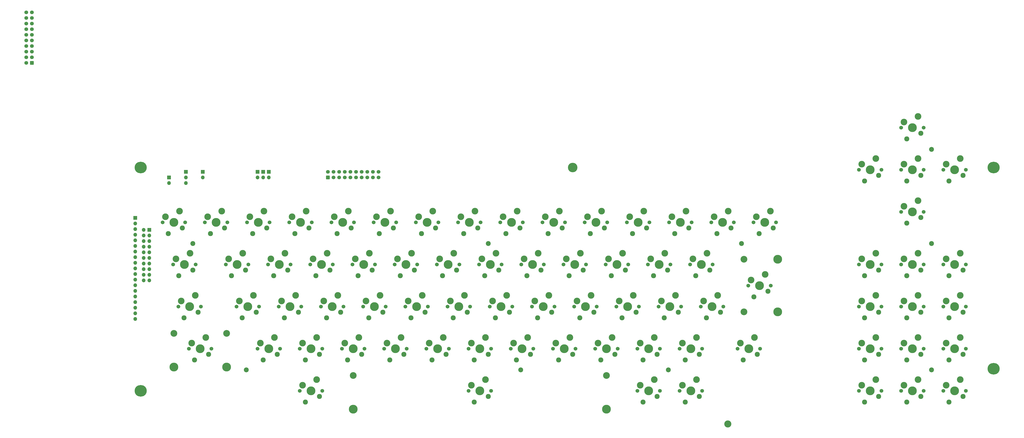
<source format=gts>
G04 #@! TF.GenerationSoftware,KiCad,Pcbnew,8.0.2*
G04 #@! TF.CreationDate,2025-03-09T11:26:09+00:00*
G04 #@! TF.ProjectId,Keyboard,4b657962-6f61-4726-942e-6b696361645f,rev?*
G04 #@! TF.SameCoordinates,Original*
G04 #@! TF.FileFunction,Soldermask,Top*
G04 #@! TF.FilePolarity,Negative*
%FSLAX46Y46*%
G04 Gerber Fmt 4.6, Leading zero omitted, Abs format (unit mm)*
G04 Created by KiCad (PCBNEW 8.0.2) date 2025-03-09 11:26:09*
%MOMM*%
%LPD*%
G01*
G04 APERTURE LIST*
G04 Aperture macros list*
%AMRoundRect*
0 Rectangle with rounded corners*
0 $1 Rounding radius*
0 $2 $3 $4 $5 $6 $7 $8 $9 X,Y pos of 4 corners*
0 Add a 4 corners polygon primitive as box body*
4,1,4,$2,$3,$4,$5,$6,$7,$8,$9,$2,$3,0*
0 Add four circle primitives for the rounded corners*
1,1,$1+$1,$2,$3*
1,1,$1+$1,$4,$5*
1,1,$1+$1,$6,$7*
1,1,$1+$1,$8,$9*
0 Add four rect primitives between the rounded corners*
20,1,$1+$1,$2,$3,$4,$5,0*
20,1,$1+$1,$4,$5,$6,$7,0*
20,1,$1+$1,$6,$7,$8,$9,0*
20,1,$1+$1,$8,$9,$2,$3,0*%
G04 Aperture macros list end*
%ADD10O,5.500000X5.200000*%
%ADD11C,4.300000*%
%ADD12C,3.200000*%
%ADD13C,2.200000*%
%ADD14RoundRect,0.250000X0.600000X-0.600000X0.600000X0.600000X-0.600000X0.600000X-0.600000X-0.600000X0*%
%ADD15C,1.700000*%
%ADD16RoundRect,0.250000X0.600000X0.600000X-0.600000X0.600000X-0.600000X-0.600000X0.600000X-0.600000X0*%
%ADD17C,1.701800*%
%ADD18C,3.000000*%
%ADD19C,3.987800*%
%ADD20C,2.286000*%
%ADD21C,3.048000*%
%ADD22R,1.700000X1.700000*%
%ADD23O,1.700000X1.700000*%
G04 APERTURE END LIST*
D10*
G04 #@! TO.C,H1*
X85012500Y-118075000D03*
G04 #@! TD*
D11*
G04 #@! TO.C,H2*
X280012500Y-118075000D03*
G04 #@! TD*
D10*
G04 #@! TO.C,H3*
X470012500Y-118075000D03*
G04 #@! TD*
G04 #@! TO.C,H4*
X85012500Y-219075000D03*
G04 #@! TD*
D12*
G04 #@! TO.C,H5*
X350012500Y-234075000D03*
G04 #@! TD*
D10*
G04 #@! TO.C,H6*
X470012500Y-209075000D03*
G04 #@! TD*
D13*
G04 #@! TO.C,H8*
X108585000Y-152400000D03*
G04 #@! TD*
G04 #@! TO.C,H10*
X356235000Y-152400000D03*
G04 #@! TD*
G04 #@! TO.C,H12*
X132715000Y-209550000D03*
G04 #@! TD*
D14*
G04 #@! TO.C,J2*
X169545000Y-122555000D03*
D15*
X169545000Y-120015000D03*
X172085000Y-122555000D03*
X172085000Y-120015000D03*
X174625000Y-122555000D03*
X174625000Y-120015000D03*
X177165000Y-122555000D03*
X177165000Y-120015000D03*
X179705000Y-122555000D03*
X179705000Y-120015000D03*
X182245000Y-122555000D03*
X182245000Y-120015000D03*
X184785000Y-122555000D03*
X184785000Y-120015000D03*
X187325000Y-122555000D03*
X187325000Y-120015000D03*
X189865000Y-122555000D03*
X189865000Y-120015000D03*
X192405000Y-122555000D03*
X192405000Y-120015000D03*
G04 #@! TD*
D13*
G04 #@! TO.C,H9*
X241935000Y-152400000D03*
G04 #@! TD*
D16*
G04 #@! TO.C,J4*
X35941000Y-70713600D03*
D15*
X33401000Y-70713600D03*
X35941000Y-68173600D03*
X33401000Y-68173600D03*
X35941000Y-65633600D03*
X33401000Y-65633600D03*
X35941000Y-63093600D03*
X33401000Y-63093600D03*
X35941000Y-60553600D03*
X33401000Y-60553600D03*
X35941000Y-58013600D03*
X33401000Y-58013600D03*
X35941000Y-55473600D03*
X33401000Y-55473600D03*
X35941000Y-52933600D03*
X33401000Y-52933600D03*
X35941000Y-50393600D03*
X33401000Y-50393600D03*
X35941000Y-47853600D03*
X33401000Y-47853600D03*
G04 #@! TD*
D17*
G04 #@! TO.C,SW17*
X343217500Y-161925000D03*
D18*
X340677500Y-156845000D03*
D19*
X338137500Y-161925000D03*
D18*
X334327500Y-159385000D03*
D17*
X333057500Y-161925000D03*
D20*
X335597500Y-167005000D03*
X341947500Y-164465000D03*
G04 #@! TD*
D21*
G04 #@! TO.C,H18*
X180975000Y-212090000D03*
D19*
X180975000Y-227330000D03*
D21*
X295275000Y-212090000D03*
D19*
X295275000Y-227330000D03*
G04 #@! TD*
D17*
G04 #@! TO.C,SW9*
X438467500Y-119062500D03*
D18*
X435927500Y-113982500D03*
D19*
X433387500Y-119062500D03*
D18*
X429577500Y-116522500D03*
D17*
X428307500Y-119062500D03*
D20*
X430847500Y-124142500D03*
X437197500Y-121602500D03*
G04 #@! TD*
D17*
G04 #@! TO.C,SW60*
X157480000Y-180975000D03*
D18*
X154940000Y-175895000D03*
D19*
X152400000Y-180975000D03*
D18*
X148590000Y-178435000D03*
D17*
X147320000Y-180975000D03*
D20*
X149860000Y-186055000D03*
X156210000Y-183515000D03*
G04 #@! TD*
D17*
G04 #@! TO.C,SW27*
X305117500Y-161925000D03*
D18*
X302577500Y-156845000D03*
D19*
X300037500Y-161925000D03*
D18*
X296227500Y-159385000D03*
D17*
X294957500Y-161925000D03*
D20*
X297497500Y-167005000D03*
X303847500Y-164465000D03*
G04 #@! TD*
D17*
G04 #@! TO.C,SW22*
X338455000Y-200025000D03*
D18*
X335915000Y-194945000D03*
D19*
X333375000Y-200025000D03*
D18*
X329565000Y-197485000D03*
D17*
X328295000Y-200025000D03*
D20*
X330835000Y-205105000D03*
X337185000Y-202565000D03*
G04 #@! TD*
D17*
G04 #@! TO.C,SW69*
X138430000Y-180975000D03*
D18*
X135890000Y-175895000D03*
D19*
X133350000Y-180975000D03*
D18*
X129540000Y-178435000D03*
D17*
X128270000Y-180975000D03*
D20*
X130810000Y-186055000D03*
X137160000Y-183515000D03*
G04 #@! TD*
D17*
G04 #@! TO.C,SW33*
X276542500Y-142875000D03*
D18*
X274002500Y-137795000D03*
D19*
X271462500Y-142875000D03*
D18*
X267652500Y-140335000D03*
D17*
X266382500Y-142875000D03*
D20*
X268922500Y-147955000D03*
X275272500Y-145415000D03*
G04 #@! TD*
D17*
G04 #@! TO.C,SW63*
X167005000Y-200025000D03*
D18*
X164465000Y-194945000D03*
D19*
X161925000Y-200025000D03*
D18*
X158115000Y-197485000D03*
D17*
X156845000Y-200025000D03*
D20*
X159385000Y-205105000D03*
X165735000Y-202565000D03*
G04 #@! TD*
D17*
G04 #@! TO.C,SW7*
X438467500Y-219075000D03*
D18*
X435927500Y-213995000D03*
D19*
X433387500Y-219075000D03*
D18*
X429577500Y-216535000D03*
D17*
X428307500Y-219075000D03*
D20*
X430847500Y-224155000D03*
X437197500Y-221615000D03*
G04 #@! TD*
D17*
G04 #@! TO.C,SW36*
X290830000Y-180975000D03*
D18*
X288290000Y-175895000D03*
D19*
X285750000Y-180975000D03*
D18*
X281940000Y-178435000D03*
D17*
X280670000Y-180975000D03*
D20*
X283210000Y-186055000D03*
X289560000Y-183515000D03*
G04 #@! TD*
D17*
G04 #@! TO.C,SW50*
X190817500Y-161925000D03*
D18*
X188277500Y-156845000D03*
D19*
X185737500Y-161925000D03*
D18*
X181927500Y-159385000D03*
D17*
X180657500Y-161925000D03*
D20*
X183197500Y-167005000D03*
X189547500Y-164465000D03*
G04 #@! TD*
D17*
G04 #@! TO.C,SW10*
X419417500Y-161925000D03*
D18*
X416877500Y-156845000D03*
D19*
X414337500Y-161925000D03*
D18*
X410527500Y-159385000D03*
D17*
X409257500Y-161925000D03*
D20*
X411797500Y-167005000D03*
X418147500Y-164465000D03*
G04 #@! TD*
D17*
G04 #@! TO.C,SW1*
X457517500Y-119062500D03*
D18*
X454977500Y-113982500D03*
D19*
X452437500Y-119062500D03*
D18*
X448627500Y-116522500D03*
D17*
X447357500Y-119062500D03*
D20*
X449897500Y-124142500D03*
X456247500Y-121602500D03*
G04 #@! TD*
D17*
G04 #@! TO.C,SW13*
X419417500Y-200025000D03*
D18*
X416877500Y-194945000D03*
D19*
X414337500Y-200025000D03*
D18*
X410527500Y-197485000D03*
D17*
X409257500Y-200025000D03*
D20*
X411797500Y-205105000D03*
X418147500Y-202565000D03*
G04 #@! TD*
D17*
G04 #@! TO.C,SW42*
X247967500Y-161925000D03*
D18*
X245427500Y-156845000D03*
D19*
X242887500Y-161925000D03*
D18*
X239077500Y-159385000D03*
D17*
X237807500Y-161925000D03*
D20*
X240347500Y-167005000D03*
X246697500Y-164465000D03*
G04 #@! TD*
D13*
G04 #@! TO.C,H15*
X441960000Y-209550000D03*
G04 #@! TD*
G04 #@! TO.C,H11*
X441960000Y-152400000D03*
G04 #@! TD*
D17*
G04 #@! TO.C,SW30*
X319405000Y-200025000D03*
D18*
X316865000Y-194945000D03*
D19*
X314325000Y-200025000D03*
D18*
X310515000Y-197485000D03*
D17*
X309245000Y-200025000D03*
D20*
X311785000Y-205105000D03*
X318135000Y-202565000D03*
G04 #@! TD*
D17*
G04 #@! TO.C,SW62*
X186055000Y-200025000D03*
D18*
X183515000Y-194945000D03*
D19*
X180975000Y-200025000D03*
D18*
X177165000Y-197485000D03*
D17*
X175895000Y-200025000D03*
D20*
X178435000Y-205105000D03*
X184785000Y-202565000D03*
G04 #@! TD*
D17*
G04 #@! TO.C,SW53*
X195580000Y-180975000D03*
D18*
X193040000Y-175895000D03*
D19*
X190500000Y-180975000D03*
D18*
X186690000Y-178435000D03*
D17*
X185420000Y-180975000D03*
D20*
X187960000Y-186055000D03*
X194310000Y-183515000D03*
G04 #@! TD*
D17*
G04 #@! TO.C,SW79*
X371792500Y-142875000D03*
D18*
X369252500Y-137795000D03*
D19*
X366712500Y-142875000D03*
D18*
X362902500Y-140335000D03*
D17*
X361632500Y-142875000D03*
D20*
X364172500Y-147955000D03*
X370522500Y-145415000D03*
G04 #@! TD*
D17*
G04 #@! TO.C,SW14*
X438467500Y-200025000D03*
D18*
X435927500Y-194945000D03*
D19*
X433387500Y-200025000D03*
D18*
X429577500Y-197485000D03*
D17*
X428307500Y-200025000D03*
D20*
X430847500Y-205105000D03*
X437197500Y-202565000D03*
G04 #@! TD*
D17*
G04 #@! TO.C,SW65*
X143192500Y-142875000D03*
D18*
X140652500Y-137795000D03*
D19*
X138112500Y-142875000D03*
D18*
X134302500Y-140335000D03*
D17*
X133032500Y-142875000D03*
D20*
X135572500Y-147955000D03*
X141922500Y-145415000D03*
G04 #@! TD*
D17*
G04 #@! TO.C,SW31*
X300355000Y-200025000D03*
D18*
X297815000Y-194945000D03*
D19*
X295275000Y-200025000D03*
D18*
X291465000Y-197485000D03*
D17*
X290195000Y-200025000D03*
D20*
X292735000Y-205105000D03*
X299085000Y-202565000D03*
G04 #@! TD*
D17*
G04 #@! TO.C,SW37*
X271780000Y-180975000D03*
D18*
X269240000Y-175895000D03*
D19*
X266700000Y-180975000D03*
D18*
X262890000Y-178435000D03*
D17*
X261620000Y-180975000D03*
D20*
X264160000Y-186055000D03*
X270510000Y-183515000D03*
G04 #@! TD*
D17*
G04 #@! TO.C,SW70*
X112236250Y-180975000D03*
D18*
X109696250Y-175895000D03*
D19*
X107156250Y-180975000D03*
D18*
X103346250Y-178435000D03*
D17*
X102076250Y-180975000D03*
D20*
X104616250Y-186055000D03*
X110966250Y-183515000D03*
G04 #@! TD*
D17*
G04 #@! TO.C,SW39*
X281305000Y-200025000D03*
D18*
X278765000Y-194945000D03*
D19*
X276225000Y-200025000D03*
D18*
X272415000Y-197485000D03*
D17*
X271145000Y-200025000D03*
D20*
X273685000Y-205105000D03*
X280035000Y-202565000D03*
G04 #@! TD*
D17*
G04 #@! TO.C,SW6*
X457517500Y-219075000D03*
D18*
X454977500Y-213995000D03*
D19*
X452437500Y-219075000D03*
D18*
X448627500Y-216535000D03*
D17*
X447357500Y-219075000D03*
D20*
X449897500Y-224155000D03*
X456247500Y-221615000D03*
G04 #@! TD*
D17*
G04 #@! TO.C,SW20*
X419417500Y-180975000D03*
D18*
X416877500Y-175895000D03*
D19*
X414337500Y-180975000D03*
D18*
X410527500Y-178435000D03*
D17*
X409257500Y-180975000D03*
D20*
X411797500Y-186055000D03*
X418147500Y-183515000D03*
G04 #@! TD*
D17*
G04 #@! TO.C,SW21*
X116998750Y-200025000D03*
D18*
X114458750Y-194945000D03*
D19*
X111918750Y-200025000D03*
D18*
X108108750Y-197485000D03*
D17*
X106838750Y-200025000D03*
D20*
X109378750Y-205105000D03*
X115728750Y-202565000D03*
G04 #@! TD*
D17*
G04 #@! TO.C,SW38*
X262255000Y-200025000D03*
D18*
X259715000Y-194945000D03*
D19*
X257175000Y-200025000D03*
D18*
X253365000Y-197485000D03*
D17*
X252095000Y-200025000D03*
D20*
X254635000Y-205105000D03*
X260985000Y-202565000D03*
G04 #@! TD*
D17*
G04 #@! TO.C,SW68*
X109855000Y-161925000D03*
D18*
X107315000Y-156845000D03*
D19*
X104775000Y-161925000D03*
D18*
X100965000Y-159385000D03*
D17*
X99695000Y-161925000D03*
D20*
X102235000Y-167005000D03*
X108585000Y-164465000D03*
G04 #@! TD*
D17*
G04 #@! TO.C,SW56*
X181292500Y-142875000D03*
D18*
X178752500Y-137795000D03*
D19*
X176212500Y-142875000D03*
D18*
X172402500Y-140335000D03*
D17*
X171132500Y-142875000D03*
D20*
X173672500Y-147955000D03*
X180022500Y-145415000D03*
G04 #@! TD*
D21*
G04 #@! TO.C,H17*
X100018750Y-193040000D03*
D19*
X100018750Y-208280000D03*
D21*
X123818750Y-193040000D03*
D19*
X123818750Y-208280000D03*
G04 #@! TD*
D17*
G04 #@! TO.C,SW59*
X152717500Y-161925000D03*
D18*
X150177500Y-156845000D03*
D19*
X147637500Y-161925000D03*
D18*
X143827500Y-159385000D03*
D17*
X142557500Y-161925000D03*
D20*
X145097500Y-167005000D03*
X151447500Y-164465000D03*
G04 #@! TD*
D17*
G04 #@! TO.C,SW902*
X319405000Y-219075000D03*
D18*
X316865000Y-213995000D03*
D19*
X314325000Y-219075000D03*
D18*
X310515000Y-216535000D03*
D17*
X309245000Y-219075000D03*
D20*
X311785000Y-224155000D03*
X318135000Y-221615000D03*
G04 #@! TD*
D17*
G04 #@! TO.C,SW43*
X228917500Y-161925000D03*
D18*
X226377500Y-156845000D03*
D19*
X223837500Y-161925000D03*
D18*
X220027500Y-159385000D03*
D17*
X218757500Y-161925000D03*
D20*
X221297500Y-167005000D03*
X227647500Y-164465000D03*
G04 #@! TD*
D17*
G04 #@! TO.C,SW901*
X167005000Y-219075000D03*
D18*
X164465000Y-213995000D03*
D19*
X161925000Y-219075000D03*
D18*
X158115000Y-216535000D03*
D17*
X156845000Y-219075000D03*
D20*
X159385000Y-224155000D03*
X165735000Y-221615000D03*
G04 #@! TD*
D17*
G04 #@! TO.C,SW19*
X347980000Y-180975000D03*
D18*
X345440000Y-175895000D03*
D19*
X342900000Y-180975000D03*
D18*
X339090000Y-178435000D03*
D17*
X337820000Y-180975000D03*
D20*
X340360000Y-186055000D03*
X346710000Y-183515000D03*
G04 #@! TD*
D17*
G04 #@! TO.C,SW34*
X286067500Y-161925000D03*
D18*
X283527500Y-156845000D03*
D19*
X280987500Y-161925000D03*
D18*
X277177500Y-159385000D03*
D17*
X275907500Y-161925000D03*
D20*
X278447500Y-167005000D03*
X284797500Y-164465000D03*
G04 #@! TD*
D17*
G04 #@! TO.C,SW23*
X338455000Y-219075000D03*
D18*
X335915000Y-213995000D03*
D19*
X333375000Y-219075000D03*
D18*
X329565000Y-216535000D03*
D17*
X328295000Y-219075000D03*
D20*
X330835000Y-224155000D03*
X337185000Y-221615000D03*
G04 #@! TD*
D17*
G04 #@! TO.C,SW11*
X438467500Y-161925000D03*
D18*
X435927500Y-156845000D03*
D19*
X433387500Y-161925000D03*
D18*
X429577500Y-159385000D03*
D17*
X428307500Y-161925000D03*
D20*
X430847500Y-167005000D03*
X437197500Y-164465000D03*
G04 #@! TD*
D17*
G04 #@! TO.C,SW41*
X238442500Y-142875000D03*
D18*
X235902500Y-137795000D03*
D19*
X233362500Y-142875000D03*
D18*
X229552500Y-140335000D03*
D17*
X228282500Y-142875000D03*
D20*
X230822500Y-147955000D03*
X237172500Y-145415000D03*
G04 #@! TD*
D17*
G04 #@! TO.C,SW45*
X252730000Y-180975000D03*
D18*
X250190000Y-175895000D03*
D19*
X247650000Y-180975000D03*
D18*
X243840000Y-178435000D03*
D17*
X242570000Y-180975000D03*
D20*
X245110000Y-186055000D03*
X251460000Y-183515000D03*
G04 #@! TD*
D21*
G04 #@! TO.C,H16*
X357346250Y-183350000D03*
D19*
X372586250Y-183350000D03*
D21*
X357346250Y-159550000D03*
D19*
X372586250Y-159550000D03*
G04 #@! TD*
D17*
G04 #@! TO.C,SW8*
X419417500Y-119062500D03*
D18*
X416877500Y-113982500D03*
D19*
X414337500Y-119062500D03*
D18*
X410527500Y-116522500D03*
D17*
X409257500Y-119062500D03*
D20*
X411797500Y-124142500D03*
X418147500Y-121602500D03*
G04 #@! TD*
D17*
G04 #@! TO.C,SW52*
X214630000Y-180975000D03*
D18*
X212090000Y-175895000D03*
D19*
X209550000Y-180975000D03*
D18*
X205740000Y-178435000D03*
D17*
X204470000Y-180975000D03*
D20*
X207010000Y-186055000D03*
X213360000Y-183515000D03*
G04 #@! TD*
D17*
G04 #@! TO.C,SW5*
X457517500Y-200025000D03*
D18*
X454977500Y-194945000D03*
D19*
X452437500Y-200025000D03*
D18*
X448627500Y-197485000D03*
D17*
X447357500Y-200025000D03*
D20*
X449897500Y-205105000D03*
X456247500Y-202565000D03*
G04 #@! TD*
D13*
G04 #@! TO.C,H13*
X256540000Y-209550000D03*
G04 #@! TD*
D17*
G04 #@! TO.C,SW16*
X352742500Y-142875000D03*
D18*
X350202500Y-137795000D03*
D19*
X347662500Y-142875000D03*
D18*
X343852500Y-140335000D03*
D17*
X342582500Y-142875000D03*
D20*
X345122500Y-147955000D03*
X351472500Y-145415000D03*
G04 #@! TD*
D17*
G04 #@! TO.C,SW4*
X457517500Y-180975000D03*
D18*
X454977500Y-175895000D03*
D19*
X452437500Y-180975000D03*
D18*
X448627500Y-178435000D03*
D17*
X447357500Y-180975000D03*
D20*
X449897500Y-186055000D03*
X456247500Y-183515000D03*
G04 #@! TD*
D17*
G04 #@! TO.C,SW67*
X133667500Y-161925000D03*
D18*
X131127500Y-156845000D03*
D19*
X128587500Y-161925000D03*
D18*
X124777500Y-159385000D03*
D17*
X123507500Y-161925000D03*
D20*
X126047500Y-167005000D03*
X132397500Y-164465000D03*
G04 #@! TD*
D17*
G04 #@! TO.C,SW18*
X369411250Y-171450000D03*
D18*
X366871250Y-166370000D03*
D19*
X364331250Y-171450000D03*
D18*
X360521250Y-168910000D03*
D17*
X359251250Y-171450000D03*
D20*
X361791250Y-176530000D03*
X368141250Y-173990000D03*
G04 #@! TD*
D17*
G04 #@! TO.C,SW25*
X314642500Y-142875000D03*
D18*
X312102500Y-137795000D03*
D19*
X309562500Y-142875000D03*
D18*
X305752500Y-140335000D03*
D17*
X304482500Y-142875000D03*
D20*
X307022500Y-147955000D03*
X313372500Y-145415000D03*
G04 #@! TD*
D13*
G04 #@! TO.C,H7*
X441960000Y-109855000D03*
G04 #@! TD*
D17*
G04 #@! TO.C,SW24*
X333692500Y-142875000D03*
D18*
X331152500Y-137795000D03*
D19*
X328612500Y-142875000D03*
D18*
X324802500Y-140335000D03*
D17*
X323532500Y-142875000D03*
D20*
X326072500Y-147955000D03*
X332422500Y-145415000D03*
G04 #@! TD*
D17*
G04 #@! TO.C,SW12*
X438467500Y-180975000D03*
D18*
X435927500Y-175895000D03*
D19*
X433387500Y-180975000D03*
D18*
X429577500Y-178435000D03*
D17*
X428307500Y-180975000D03*
D20*
X430847500Y-186055000D03*
X437197500Y-183515000D03*
G04 #@! TD*
D17*
G04 #@! TO.C,SW66*
X105092500Y-142875000D03*
D18*
X102552500Y-137795000D03*
D19*
X100012500Y-142875000D03*
D18*
X96202500Y-140335000D03*
D17*
X94932500Y-142875000D03*
D20*
X97472500Y-147955000D03*
X103822500Y-145415000D03*
G04 #@! TD*
D17*
G04 #@! TO.C,SW28*
X328930000Y-180975000D03*
D18*
X326390000Y-175895000D03*
D19*
X323850000Y-180975000D03*
D18*
X320040000Y-178435000D03*
D17*
X318770000Y-180975000D03*
D20*
X321310000Y-186055000D03*
X327660000Y-183515000D03*
G04 #@! TD*
D17*
G04 #@! TO.C,SW29*
X309880000Y-180975000D03*
D18*
X307340000Y-175895000D03*
D19*
X304800000Y-180975000D03*
D18*
X300990000Y-178435000D03*
D17*
X299720000Y-180975000D03*
D20*
X302260000Y-186055000D03*
X308610000Y-183515000D03*
G04 #@! TD*
D17*
G04 #@! TO.C,SW58*
X171767500Y-161925000D03*
D18*
X169227500Y-156845000D03*
D19*
X166687500Y-161925000D03*
D18*
X162877500Y-159385000D03*
D17*
X161607500Y-161925000D03*
D20*
X164147500Y-167005000D03*
X170497500Y-164465000D03*
G04 #@! TD*
D17*
G04 #@! TO.C,SW15*
X419417500Y-219075000D03*
D18*
X416877500Y-213995000D03*
D19*
X414337500Y-219075000D03*
D18*
X410527500Y-216535000D03*
D17*
X409257500Y-219075000D03*
D20*
X411797500Y-224155000D03*
X418147500Y-221615000D03*
G04 #@! TD*
D13*
G04 #@! TO.C,H14*
X323215000Y-209550000D03*
G04 #@! TD*
D17*
G04 #@! TO.C,SW3*
X457517500Y-161925000D03*
D18*
X454977500Y-156845000D03*
D19*
X452437500Y-161925000D03*
D18*
X448627500Y-159385000D03*
D17*
X447357500Y-161925000D03*
D20*
X449897500Y-167005000D03*
X456247500Y-164465000D03*
G04 #@! TD*
D17*
G04 #@! TO.C,SW48*
X219392500Y-142875000D03*
D18*
X216852500Y-137795000D03*
D19*
X214312500Y-142875000D03*
D18*
X210502500Y-140335000D03*
D17*
X209232500Y-142875000D03*
D20*
X211772500Y-147955000D03*
X218122500Y-145415000D03*
G04 #@! TD*
D17*
G04 #@! TO.C,SW57*
X162242500Y-142875000D03*
D18*
X159702500Y-137795000D03*
D19*
X157162500Y-142875000D03*
D18*
X153352500Y-140335000D03*
D17*
X152082500Y-142875000D03*
D20*
X154622500Y-147955000D03*
X160972500Y-145415000D03*
G04 #@! TD*
D17*
G04 #@! TO.C,SW61*
X176530000Y-180975000D03*
D18*
X173990000Y-175895000D03*
D19*
X171450000Y-180975000D03*
D18*
X167640000Y-178435000D03*
D17*
X166370000Y-180975000D03*
D20*
X168910000Y-186055000D03*
X175260000Y-183515000D03*
G04 #@! TD*
D17*
G04 #@! TO.C,SW0*
X438467500Y-100012500D03*
D18*
X435927500Y-94932500D03*
D19*
X433387500Y-100012500D03*
D18*
X429577500Y-97472500D03*
D17*
X428307500Y-100012500D03*
D20*
X430847500Y-105092500D03*
X437197500Y-102552500D03*
G04 #@! TD*
D17*
G04 #@! TO.C,SW47*
X243205000Y-219075000D03*
D18*
X240665000Y-213995000D03*
D19*
X238125000Y-219075000D03*
D18*
X234315000Y-216535000D03*
D17*
X233045000Y-219075000D03*
D20*
X235585000Y-224155000D03*
X241935000Y-221615000D03*
G04 #@! TD*
D17*
G04 #@! TO.C,SW64*
X124142500Y-142875000D03*
D18*
X121602500Y-137795000D03*
D19*
X119062500Y-142875000D03*
D18*
X115252500Y-140335000D03*
D17*
X113982500Y-142875000D03*
D20*
X116522500Y-147955000D03*
X122872500Y-145415000D03*
G04 #@! TD*
D17*
G04 #@! TO.C,SW71*
X147955000Y-200025000D03*
D18*
X145415000Y-194945000D03*
D19*
X142875000Y-200025000D03*
D18*
X139065000Y-197485000D03*
D17*
X137795000Y-200025000D03*
D20*
X140335000Y-205105000D03*
X146685000Y-202565000D03*
G04 #@! TD*
D17*
G04 #@! TO.C,SW35*
X267017500Y-161925000D03*
D18*
X264477500Y-156845000D03*
D19*
X261937500Y-161925000D03*
D18*
X258127500Y-159385000D03*
D17*
X256857500Y-161925000D03*
D20*
X259397500Y-167005000D03*
X265747500Y-164465000D03*
G04 #@! TD*
D17*
G04 #@! TO.C,SW51*
X209867500Y-161925000D03*
D18*
X207327500Y-156845000D03*
D19*
X204787500Y-161925000D03*
D18*
X200977500Y-159385000D03*
D17*
X199707500Y-161925000D03*
D20*
X202247500Y-167005000D03*
X208597500Y-164465000D03*
G04 #@! TD*
D17*
G04 #@! TO.C,SW54*
X224155000Y-200025000D03*
D18*
X221615000Y-194945000D03*
D19*
X219075000Y-200025000D03*
D18*
X215265000Y-197485000D03*
D17*
X213995000Y-200025000D03*
D20*
X216535000Y-205105000D03*
X222885000Y-202565000D03*
G04 #@! TD*
D17*
G04 #@! TO.C,SW46*
X243205000Y-200025000D03*
D18*
X240665000Y-194945000D03*
D19*
X238125000Y-200025000D03*
D18*
X234315000Y-197485000D03*
D17*
X233045000Y-200025000D03*
D20*
X235585000Y-205105000D03*
X241935000Y-202565000D03*
G04 #@! TD*
D17*
G04 #@! TO.C,SW49*
X200342500Y-142875000D03*
D18*
X197802500Y-137795000D03*
D19*
X195262500Y-142875000D03*
D18*
X191452500Y-140335000D03*
D17*
X190182500Y-142875000D03*
D20*
X192722500Y-147955000D03*
X199072500Y-145415000D03*
G04 #@! TD*
D17*
G04 #@! TO.C,SW26*
X324167500Y-161925000D03*
D18*
X321627500Y-156845000D03*
D19*
X319087500Y-161925000D03*
D18*
X315277500Y-159385000D03*
D17*
X314007500Y-161925000D03*
D20*
X316547500Y-167005000D03*
X322897500Y-164465000D03*
G04 #@! TD*
D17*
G04 #@! TO.C,SW2*
X438467500Y-138112500D03*
D18*
X435927500Y-133032500D03*
D19*
X433387500Y-138112500D03*
D18*
X429577500Y-135572500D03*
D17*
X428307500Y-138112500D03*
D20*
X430847500Y-143192500D03*
X437197500Y-140652500D03*
G04 #@! TD*
D17*
G04 #@! TO.C,SW40*
X257492500Y-142875000D03*
D18*
X254952500Y-137795000D03*
D19*
X252412500Y-142875000D03*
D18*
X248602500Y-140335000D03*
D17*
X247332500Y-142875000D03*
D20*
X249872500Y-147955000D03*
X256222500Y-145415000D03*
G04 #@! TD*
D17*
G04 #@! TO.C,SW32*
X295592500Y-142875000D03*
D18*
X293052500Y-137795000D03*
D19*
X290512500Y-142875000D03*
D18*
X286702500Y-140335000D03*
D17*
X285432500Y-142875000D03*
D20*
X287972500Y-147955000D03*
X294322500Y-145415000D03*
G04 #@! TD*
D17*
G04 #@! TO.C,SW55*
X205105000Y-200025000D03*
D18*
X202565000Y-194945000D03*
D19*
X200025000Y-200025000D03*
D18*
X196215000Y-197485000D03*
D17*
X194945000Y-200025000D03*
D20*
X197485000Y-205105000D03*
X203835000Y-202565000D03*
G04 #@! TD*
D17*
G04 #@! TO.C,SW121*
X364648750Y-200025000D03*
D18*
X362108750Y-194945000D03*
D19*
X359568750Y-200025000D03*
D18*
X355758750Y-197485000D03*
D17*
X354488750Y-200025000D03*
D20*
X357028750Y-205105000D03*
X363378750Y-202565000D03*
G04 #@! TD*
D17*
G04 #@! TO.C,SW44*
X233680000Y-180975000D03*
D18*
X231140000Y-175895000D03*
D19*
X228600000Y-180975000D03*
D18*
X224790000Y-178435000D03*
D17*
X223520000Y-180975000D03*
D20*
X226060000Y-186055000D03*
X232410000Y-183515000D03*
G04 #@! TD*
D22*
G04 #@! TO.C,JP1*
X105410000Y-120015000D03*
D23*
X105410000Y-122555000D03*
X105410000Y-125095000D03*
G04 #@! TD*
D22*
G04 #@! TO.C,J1*
X88905000Y-146215000D03*
D23*
X86365000Y-146215000D03*
X88905000Y-148755000D03*
X86365000Y-148755000D03*
X88905000Y-151295000D03*
X86365000Y-151295000D03*
X88905000Y-153835000D03*
X86365000Y-153835000D03*
X88905000Y-156375000D03*
X86365000Y-156375000D03*
X88905000Y-158915000D03*
X86365000Y-158915000D03*
X88905000Y-161455000D03*
X86365000Y-161455000D03*
X88905000Y-163995000D03*
X86365000Y-163995000D03*
X88905000Y-166535000D03*
X86365000Y-166535000D03*
X88905000Y-169075000D03*
X86365000Y-169075000D03*
G04 #@! TD*
D22*
G04 #@! TO.C,JP2*
X113030000Y-120015000D03*
D23*
X113030000Y-122555000D03*
G04 #@! TD*
D22*
G04 #@! TO.C,JP3*
X97790000Y-122555000D03*
D23*
X97790000Y-125095000D03*
G04 #@! TD*
D22*
G04 #@! TO.C,JP5*
X142875000Y-120010000D03*
D23*
X142875000Y-122550000D03*
G04 #@! TD*
D22*
G04 #@! TO.C,J3*
X82550000Y-140855000D03*
D23*
X82550000Y-143395000D03*
X82550000Y-145935000D03*
X82550000Y-148475000D03*
X82550000Y-151015000D03*
X82550000Y-153555000D03*
X82550000Y-156095000D03*
X82550000Y-158635000D03*
X82550000Y-161175000D03*
X82550000Y-163715000D03*
X82550000Y-166255000D03*
X82550000Y-168795000D03*
X82550000Y-171335000D03*
X82550000Y-173875000D03*
X82550000Y-176415000D03*
X82550000Y-178955000D03*
X82550000Y-181495000D03*
X82550000Y-184035000D03*
X82550000Y-186575000D03*
G04 #@! TD*
D22*
G04 #@! TO.C,JP4*
X140335000Y-120010000D03*
D23*
X140335000Y-122550000D03*
G04 #@! TD*
D22*
G04 #@! TO.C,JP6*
X137795000Y-120010000D03*
D23*
X137795000Y-122550000D03*
G04 #@! TD*
M02*

</source>
